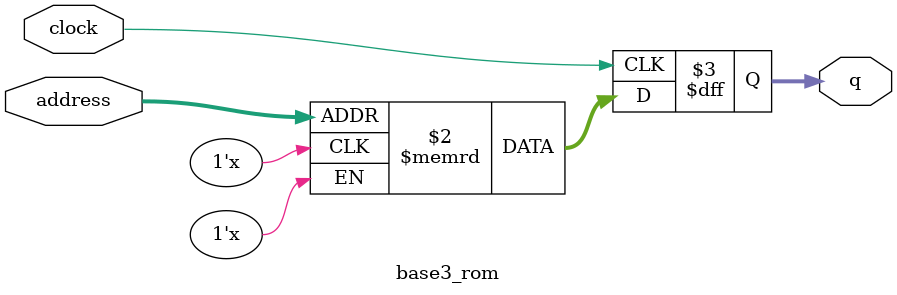
<source format=sv>
module base3_rom (
	input logic clock,
	input logic [9:0] address,
	output logic [7:0] q
);

logic [7:0] memory [0:1023] /* synthesis ram_init_file = "./base3/base3.mif" */;

always_ff @ (posedge clock) begin
	q <= memory[address];
end

endmodule

</source>
